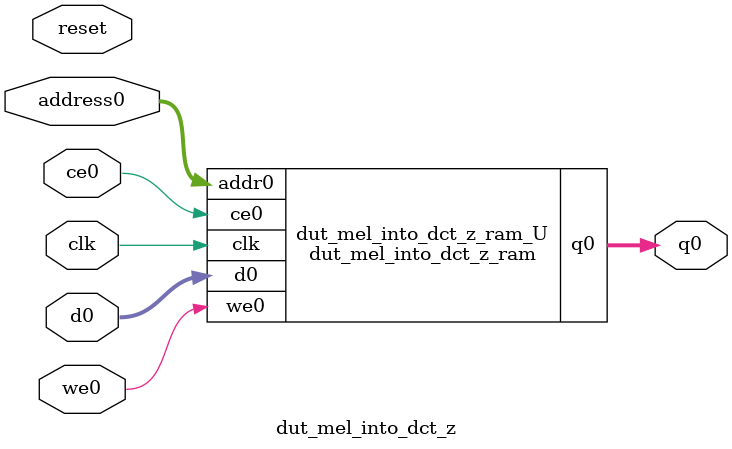
<source format=v>

`timescale 1 ns / 1 ps
module dut_mel_into_dct_z_ram (addr0, ce0, d0, we0, q0,  clk);

parameter DWIDTH = 32;
parameter AWIDTH = 10;
parameter MEM_SIZE = 980;

input[AWIDTH-1:0] addr0;
input ce0;
input[DWIDTH-1:0] d0;
input we0;
output reg[DWIDTH-1:0] q0;
input clk;

(* ram_style = "block" *)reg [DWIDTH-1:0] ram[MEM_SIZE-1:0];




always @(posedge clk)  
begin 
    if (ce0) 
    begin
        if (we0) 
        begin 
            ram[addr0] <= d0; 
            q0 <= d0;
        end 
        else 
            q0 <= ram[addr0];
    end
end


endmodule


`timescale 1 ns / 1 ps
module dut_mel_into_dct_z(
    reset,
    clk,
    address0,
    ce0,
    we0,
    d0,
    q0);

parameter DataWidth = 32'd32;
parameter AddressRange = 32'd980;
parameter AddressWidth = 32'd10;
input reset;
input clk;
input[AddressWidth - 1:0] address0;
input ce0;
input we0;
input[DataWidth - 1:0] d0;
output[DataWidth - 1:0] q0;



dut_mel_into_dct_z_ram dut_mel_into_dct_z_ram_U(
    .clk( clk ),
    .addr0( address0 ),
    .ce0( ce0 ),
    .d0( d0 ),
    .we0( we0 ),
    .q0( q0 ));

endmodule


</source>
